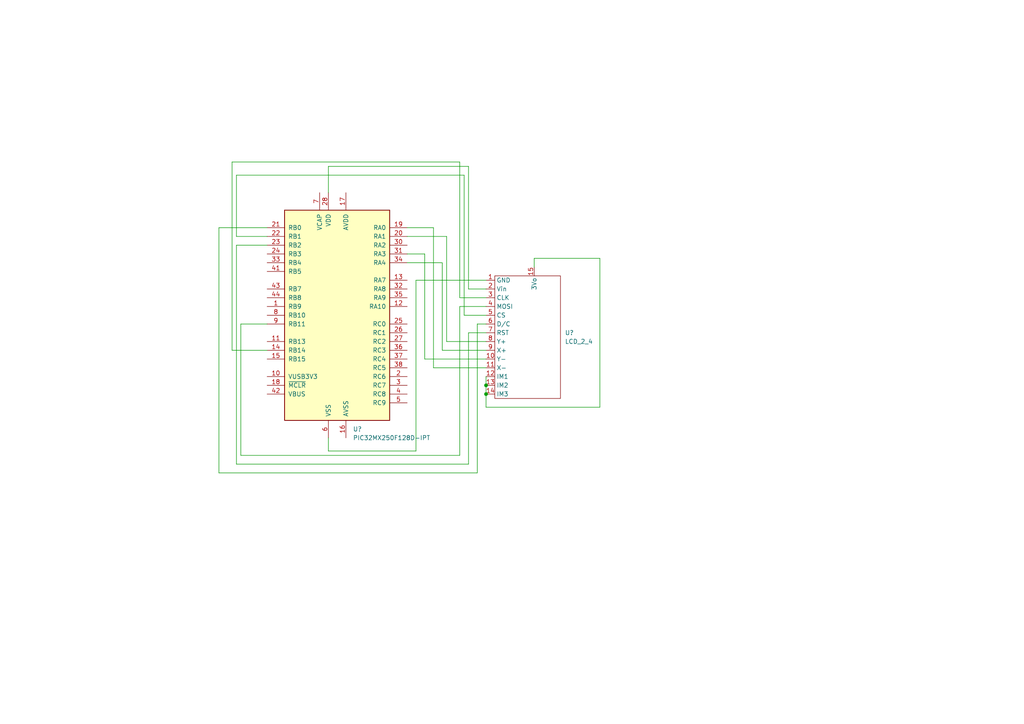
<source format=kicad_sch>
(kicad_sch (version 20211123) (generator eeschema)
  (paper "A4")
  (title_block (title "Adafruit Microstick Interface ") (date "2022-10-13") (rev "v01") (comment 1 "Author: Alexander Labell & Trevor Lenig"))
  (lib_symbols
    (symbol "LCD_2_4_1"
      (property "Reference" "U" (at -7.62 19.05 0))
      (property "Value" "LCD_2_4_1" (at 6.35 -19.05 0))
      (symbol "LCD_2_4_1_0_1"
        (rectangle (start -8.89 17.78) (end 10.16 -17.78))
      )
      (symbol "LCD_2_4_1_1_1"
        (pin input line (at -11.43 16.51 0) (length 2.54) (name "GND") (number "1"))
        (pin input line (at -11.43 -6.35 0) (length 2.54) (name "Y-") (number "10"))
        (pin input line (at -11.43 -8.89 0) (length 2.54) (name "X-") (number "11"))
        (pin input line (at -11.43 -11.43 0) (length 2.54) (name "IM1") (number "12"))
        (pin input line (at -11.43 -13.97 0) (length 2.54) (name "IM2") (number "13"))
        (pin input line (at -11.43 -16.51 0) (length 2.54) (name "IM3") (number "14"))
        (pin input line (at 2.54 20.32 270) (length 2.54) (name "3Vo") (number "15"))
        (pin input line (at -11.43 13.97 0) (length 2.54) (name "Vin") (number "2"))
        (pin input line (at -11.43 11.43 0) (length 2.54) (name "CLK") (number "3"))
        (pin input line (at -11.43 8.89 0) (length 2.54) (name "MOSI") (number "4"))
        (pin input line (at -11.43 6.35 0) (length 2.54) (name "CS") (number "5"))
        (pin input line (at -11.43 3.81 0) (length 2.54) (name "D/C") (number "6"))
        (pin input line (at -11.43 1.27 0) (length 2.54) (name "RST") (number "7"))
        (pin input line (at -11.43 -1.27 0) (length 2.54) (name "Y+") (number "8"))
        (pin input line (at -11.43 -3.81 0) (length 2.54) (name "X+") (number "9"))
      )
    )
    (symbol "MCU_Microchip_PIC32:PIC32MX250F128D-IPT" (pin_names (offset 1.016))
      (property "Reference" "U" (at 6.35 34.29 0))
      (property "Value" "PIC32MX250F128D-IPT" (at 26.67 31.75 0))
      (symbol "PIC32MX250F128D-IPT_0_1"
        (rectangle (start -15.24 30.48) (end 15.24 -30.48) (stroke (width 0.254)) (fill (type background)))
      )
      (symbol "PIC32MX250F128D-IPT_1_1"
        (pin bidirectional line (at -20.32 2.54 0) (length 5.08) (name "RB9") (number "1"))
        (pin bidirectional line (at -20.32 -17.78 0) (length 5.08) (name "VUSB3V3") (number "10"))
        (pin bidirectional line (at -20.32 -7.62 0) (length 5.08) (name "RB13") (number "11"))
        (pin bidirectional line (at 20.32 2.54 180) (length 5.08) (name "RA10") (number "12"))
        (pin bidirectional line (at 20.32 10.16 180) (length 5.08) (name "RA7") (number "13"))
        (pin bidirectional line (at -20.32 -10.16 0) (length 5.08) (name "RB14") (number "14"))
        (pin bidirectional line (at -20.32 -12.7 0) (length 5.08) (name "RB15") (number "15"))
        (pin power_in line (at 2.54 -35.56 90) (length 5.08) (name "AVSS") (number "16"))
        (pin power_in line (at 2.54 35.56 270) (length 5.08) (name "AVDD") (number "17"))
        (pin input line (at -20.32 -20.32 0) (length 5.08) (name "~{MCLR}") (number "18"))
        (pin input line (at 20.32 25.4 180) (length 5.08) (name "RA0") (number "19"))
        (pin bidirectional line (at 20.32 -17.78 180) (length 5.08) (name "RC6") (number "2"))
        (pin input line (at 20.32 22.86 180) (length 5.08) (name "RA1") (number "20"))
        (pin input line (at -20.32 25.4 0) (length 5.08) (name "RB0") (number "21"))
        (pin input line (at -20.32 22.86 0) (length 5.08) (name "RB1") (number "22"))
        (pin input line (at -20.32 20.32 0) (length 5.08) (name "RB2") (number "23"))
        (pin input line (at -20.32 17.78 0) (length 5.08) (name "RB3") (number "24"))
        (pin input line (at 20.32 -2.54 180) (length 5.08) (name "RC0") (number "25"))
        (pin input line (at 20.32 -5.08 180) (length 5.08) (name "RC1") (number "26"))
        (pin input line (at 20.32 -7.62 180) (length 5.08) (name "RC2") (number "27"))
        (pin power_in line (at -2.54 35.56 270) (length 5.08) (name "VDD") (number "28"))
        (pin passive line (at -2.54 -35.56 90) (length 5.08) hide (name "VSS") (number "29"))
        (pin bidirectional line (at 20.32 -20.32 180) (length 5.08) (name "RC7") (number "3"))
        (pin input line (at 20.32 20.32 180) (length 5.08) (name "RA2") (number "30"))
        (pin input line (at 20.32 17.78 180) (length 5.08) (name "RA3") (number "31"))
        (pin input line (at 20.32 7.62 180) (length 5.08) (name "RA8") (number "32"))
        (pin input line (at -20.32 15.24 0) (length 5.08) (name "RB4") (number "33"))
        (pin input line (at 20.32 15.24 180) (length 5.08) (name "RA4") (number "34"))
        (pin input line (at 20.32 5.08 180) (length 5.08) (name "RA9") (number "35"))
        (pin input line (at 20.32 -10.16 180) (length 5.08) (name "RC3") (number "36"))
        (pin input line (at 20.32 -12.7 180) (length 5.08) (name "RC4") (number "37"))
        (pin input line (at 20.32 -15.24 180) (length 5.08) (name "RC5") (number "38"))
        (pin passive line (at -2.54 -35.56 90) (length 5.08) hide (name "VSS") (number "39"))
        (pin bidirectional line (at 20.32 -22.86 180) (length 5.08) (name "RC8") (number "4"))
        (pin passive line (at -2.54 35.56 270) (length 5.08) hide (name "VDD") (number "40"))
        (pin input line (at -20.32 12.7 0) (length 5.08) (name "RB5") (number "41"))
        (pin input line (at -20.32 -22.86 0) (length 5.08) (name "VBUS") (number "42"))
        (pin input line (at -20.32 7.62 0) (length 5.08) (name "RB7") (number "43"))
        (pin input line (at -20.32 5.08 0) (length 5.08) (name "RB8") (number "44"))
        (pin bidirectional line (at 20.32 -25.4 180) (length 5.08) (name "RC9") (number "5"))
        (pin power_in line (at -2.54 -35.56 90) (length 5.08) (name "VSS") (number "6"))
        (pin power_in line (at -5.08 35.56 270) (length 5.08) (name "VCAP") (number "7"))
        (pin bidirectional line (at -20.32 0 0) (length 5.08) (name "RB10") (number "8"))
        (pin bidirectional line (at -20.32 -2.54 0) (length 5.08) (name "RB11") (number "9"))
      )
    )
  )
  (junction (at 140.97 114.3))
  (junction (at 140.97 111.76))
  (wire (pts (xy 140.97 81.28) (xy 120.65 81.28)))
  (wire (pts (xy 140.97 93.98) (xy 138.43 93.98)))
  (wire (pts (xy 133.35 86.36) (xy 140.97 86.36)))
  (wire (pts (xy 173.99 118.11) (xy 173.99 74.93)))
  (wire (pts (xy 129.54 68.58) (xy 118.11 68.58)))
  (wire (pts (xy 134.62 91.44) (xy 140.97 91.44)))
  (wire (pts (xy 133.35 88.9) (xy 140.97 88.9)))
  (wire (pts (xy 140.97 99.06) (xy 129.54 99.06)))
  (wire (pts (xy 67.31 46.99) (xy 133.35 46.99)))
  (wire (pts (xy 135.89 48.26) (xy 135.89 83.82)))
  (wire (pts (xy 133.35 132.08) (xy 133.35 88.9)))
  (wire (pts (xy 123.19 73.66) (xy 123.19 104.14)))
  (wire (pts (xy 133.35 46.99) (xy 133.35 86.36)))
  (wire (pts (xy 140.97 111.76) (xy 140.97 114.3)))
  (wire (pts (xy 95.25 130.81) (xy 95.25 127)))
  (wire (pts (xy 140.97 109.22) (xy 140.97 111.76)))
  (wire (pts (xy 140.97 101.6) (xy 128.27 101.6)))
  (wire (pts (xy 123.19 104.14) (xy 140.97 104.14)))
  (wire (pts (xy 128.27 101.6) (xy 128.27 76.2)))
  (wire (pts (xy 67.31 101.6) (xy 67.31 46.99)))
  (wire (pts (xy 77.47 68.58) (xy 68.58 68.58)))
  (wire (pts (xy 140.97 106.68) (xy 125.73 106.68)))
  (wire (pts (xy 140.97 118.11) (xy 173.99 118.11)))
  (wire (pts (xy 95.25 48.26) (xy 135.89 48.26)))
  (wire (pts (xy 69.85 132.08) (xy 133.35 132.08)))
  (wire (pts (xy 154.94 74.93) (xy 154.94 77.47)))
  (wire (pts (xy 68.58 71.12) (xy 77.47 71.12)))
  (wire (pts (xy 138.43 93.98) (xy 138.43 137.16)))
  (wire (pts (xy 63.5 66.04) (xy 77.47 66.04)))
  (wire (pts (xy 69.85 93.98) (xy 69.85 132.08)))
  (wire (pts (xy 68.58 68.58) (xy 68.58 50.8)))
  (wire (pts (xy 135.89 96.52) (xy 135.89 134.62)))
  (wire (pts (xy 138.43 137.16) (xy 63.5 137.16)))
  (wire (pts (xy 129.54 99.06) (xy 129.54 68.58)))
  (wire (pts (xy 68.58 134.62) (xy 68.58 71.12)))
  (wire (pts (xy 77.47 101.6) (xy 67.31 101.6)))
  (wire (pts (xy 134.62 50.8) (xy 134.62 91.44)))
  (wire (pts (xy 173.99 74.93) (xy 154.94 74.93)))
  (wire (pts (xy 135.89 83.82) (xy 140.97 83.82)))
  (wire (pts (xy 128.27 76.2) (xy 118.11 76.2)))
  (wire (pts (xy 135.89 134.62) (xy 68.58 134.62)))
  (wire (pts (xy 140.97 96.52) (xy 135.89 96.52)))
  (wire (pts (xy 140.97 114.3) (xy 140.97 118.11)))
  (wire (pts (xy 125.73 66.04) (xy 118.11 66.04)))
  (wire (pts (xy 120.65 81.28) (xy 120.65 130.81)))
  (wire (pts (xy 77.47 93.98) (xy 69.85 93.98)))
  (wire (pts (xy 63.5 137.16) (xy 63.5 66.04)))
  (wire (pts (xy 125.73 106.68) (xy 125.73 66.04)))
  (wire (pts (xy 120.65 130.81) (xy 95.25 130.81)))
  (wire (pts (xy 68.58 50.8) (xy 134.62 50.8)))
  (wire (pts (xy 95.25 55.88) (xy 95.25 48.26)))
  (wire (pts (xy 123.19 73.66) (xy 118.11 73.66)))
  (symbol (lib_name "LCD_2_4_1") (lib_id "ada_lib:LCD_2_4") (at 152.4 97.79 0) (unit 1)
    (property "Reference" "U?" (at 163.83 96.5199 0) (effects (justify left)))
    (property "Value" "LCD_2_4" (at 163.83 99.0599 0) (effects (justify left)))
  )
  (symbol (lib_id "MCU_Microchip_PIC32:PIC32MX250F128D-IPT") (at 97.79 91.44 0) (unit 1)
    (property "Reference" "U?" (at 102.3494 124.46 0) (effects (justify left)))
    (property "Value" "PIC32MX250F128D-IPT" (at 102.3494 127 0) (effects (justify left)))
    (property "Footprint" "Package_QFP:TQFP-44_10x10mm_P0.8mm" (effects hide))
    (property "Datasheet" "http://ww1.microchip.com/downloads/en/DeviceDoc/60001168F.pdf" (effects hide))
  )
)
</source>
